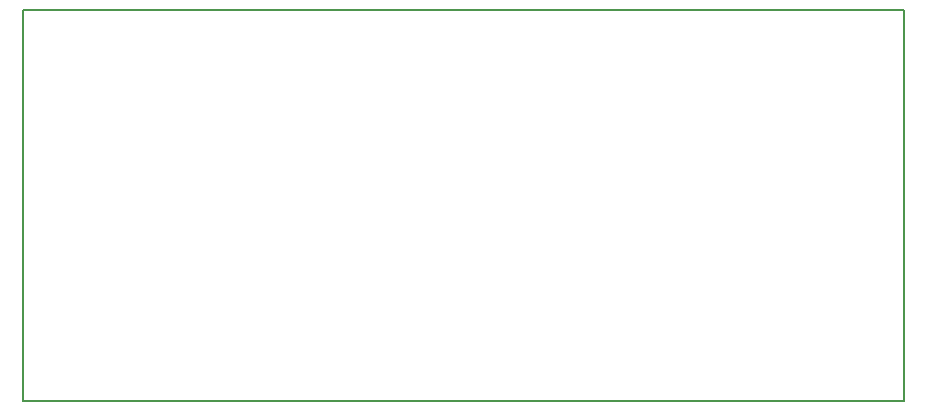
<source format=gbr>
G04 #@! TF.FileFunction,Profile,NP*
%FSLAX46Y46*%
G04 Gerber Fmt 4.6, Leading zero omitted, Abs format (unit mm)*
G04 Created by KiCad (PCBNEW (2015-04-29 BZR 5630)-product) date Tue 21 Jul 2015 17:06:27 BST*
%MOMM*%
G01*
G04 APERTURE LIST*
%ADD10C,0.150000*%
G04 APERTURE END LIST*
D10*
X58877200Y-42062400D02*
X59232800Y-42062400D01*
X58877200Y-75184000D02*
X58877200Y-42062400D01*
X133451600Y-75184000D02*
X58877200Y-75184000D01*
X133451600Y-42062400D02*
X133451600Y-75184000D01*
X59232800Y-42062400D02*
X133451600Y-42062400D01*
M02*

</source>
